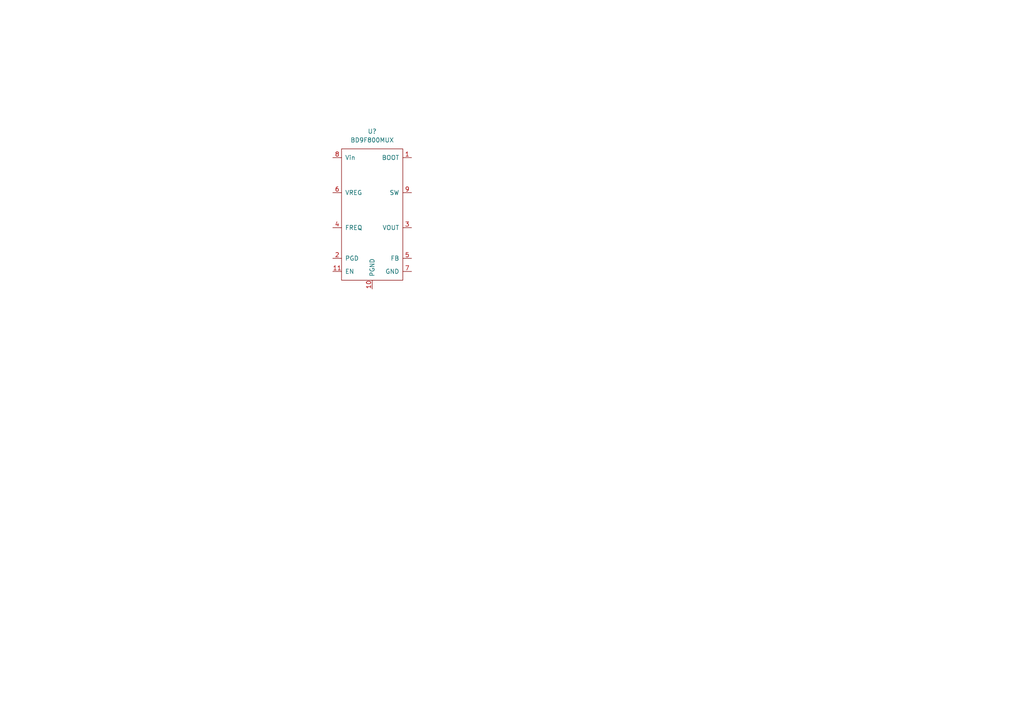
<source format=kicad_sch>
(kicad_sch (version 20211123) (generator eeschema)
  (paper "A4")
  (lib_symbols
    (symbol "310_smps_buck:BD9F800MUX" (pin_names (offset 1.016))
      (property "Reference" "U" (at 0 20.32 0))
      (property "Value" "BD9F800MUX" (at 0 11.43 90))
      (symbol "BD9F800MUX_0_1"
        (rectangle (start -8.89 20.32) (end 8.89 -17.78))
      )
      (symbol "BD9F800MUX_1_1"
        (pin power_out line (at 11.43 17.78 180) (length 2.54) (name "BOOT") (number "1"))
        (pin power_in line (at 0 -20.32 90) (length 2.54) (name "PGND") (number "10"))
        (pin input line (at -11.43 -15.24 0) (length 2.54) (name "EN") (number "11"))
        (pin output line (at -11.43 -11.43 0) (length 2.54) (name "PGD") (number "2"))
        (pin power_out line (at 11.43 -2.54 180) (length 2.54) (name "VOUT") (number "3"))
        (pin input line (at -11.43 -2.54 0) (length 2.54) (name "FREQ") (number "4"))
        (pin input line (at 11.43 -11.43 180) (length 2.54) (name "FB") (number "5"))
        (pin input line (at -11.43 7.62 0) (length 2.54) (name "VREG") (number "6"))
        (pin power_in line (at 11.43 -15.24 180) (length 2.54) (name "GND") (number "7"))
        (pin power_in line (at -11.43 17.78 0) (length 2.54) (name "Vin") (number "8"))
        (pin power_out line (at 11.43 7.62 180) (length 2.54) (name "SW") (number "9"))
      )
    )
  )
  (symbol (lib_id "310_smps_buck:BD9F800MUX") (at 107.95 63.5 0) (unit 1)
    (property "Reference" "U?" (at 107.95 38.1 0))
    (property "Value" "BD9F800MUX" (at 107.95 40.64 0))
    (property "Footprint" "310_smps_buck:BD9F800MUX" (effects hide))
    (property "Datasheet" "https://fscdn.rohm.com/en/products/databook/datasheet/ic/power/switching_regulator/bd9f800mux-e.pdf" (effects hide))
  )
)
</source>
